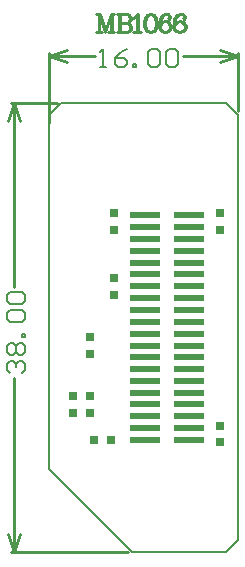
<source format=gbr>
%FSTAX23Y23*%
%MOIN*%
%SFA1B1*%

%IPPOS*%
%ADD10R,0.030000X0.030000*%
%ADD17C,0.010000*%
%ADD18C,0.005000*%
%ADD19C,0.006000*%
%ADD24R,0.098425X0.023622*%
%ADD25R,0.030000X0.030000*%
%LNmb1066-1*%
%LPD*%
G54D10*
X00149Y00374D03*
X00204D03*
G54D17*
X00629Y01469D02*
Y01663D01*
X0Y01429D02*
Y01663D01*
X00444Y01653D02*
X00629D01*
X0D02*
X00153D01*
X00569Y01673D02*
X00629Y01653D01*
X00569Y01633D02*
X00629Y01653D01*
X0D02*
X0006Y01633D01*
X0Y01653D02*
X0006Y01673D01*
X-00128Y01496D02*
X00026D01*
X-00128Y0D02*
X00263D01*
X-00118Y00882D02*
Y01496D01*
Y0D02*
Y00581D01*
X-00138Y01436D02*
X-00118Y01496D01*
X-00098Y01436*
X-00118Y0D02*
X-00098Y0006D01*
X-00138D02*
X-00118Y0D01*
X00166Y01792D02*
Y01732D01*
X00168Y01792D02*
X00186Y0174D01*
X00166Y01792D02*
X00186Y01732D01*
X00206Y01792D02*
X00186Y01732D01*
X00206Y01792D02*
Y01732D01*
X00208Y01792D02*
Y01732D01*
X00157Y01792D02*
X00168D01*
X00206D02*
X00217D01*
X00157Y01732D02*
X00174D01*
X00197D02*
X00217D01*
X00232Y01792D02*
Y01732D01*
X00235Y01792D02*
Y01732D01*
X00224Y01792D02*
X00258D01*
X00267Y01789*
X0027Y01786*
X00272Y0178*
Y01775*
X0027Y01769*
X00267Y01766*
X00258Y01763*
Y01792D02*
X00264Y01789D01*
X00267Y01786*
X0027Y0178*
Y01775*
X00267Y01769*
X00264Y01766*
X00258Y01763*
X00235D02*
X00258D01*
X00267Y0176*
X0027Y01757*
X00272Y01752*
Y01743*
X0027Y01737*
X00267Y01735*
X00258Y01732*
X00224*
X00258Y01763D02*
X00264Y0176D01*
X00267Y01757*
X0027Y01752*
Y01743*
X00267Y01737*
X00264Y01735*
X00258Y01732*
X0028Y0178D02*
X00286Y01783D01*
X00295Y01792*
Y01732*
X00292Y01789D02*
Y01732D01*
X0028D02*
X00306D01*
X00334Y01792D02*
X00325Y01789D01*
X00319Y0178*
X00316Y01766*
Y01757*
X00319Y01743*
X00325Y01735*
X00334Y01732*
X00339*
X00348Y01735*
X00354Y01743*
X00356Y01757*
Y01766*
X00354Y0178*
X00348Y01789*
X00339Y01792*
X00334*
X00328Y01789*
X00325Y01786*
X00322Y0178*
X00319Y01766*
Y01757*
X00322Y01743*
X00325Y01737*
X00328Y01735*
X00334Y01732*
X00339D02*
X00345Y01735D01*
X00348Y01737*
X00351Y01743*
X00354Y01757*
Y01766*
X00351Y0178*
X00348Y01786*
X00345Y01789*
X00339Y01792*
X004Y01783D02*
X00397Y0178D01*
X004Y01777*
X00402Y0178*
Y01783*
X004Y01789*
X00394Y01792*
X00385*
X00377Y01789*
X00371Y01783*
X00368Y01777*
X00365Y01766*
Y01749*
X00368Y0174*
X00374Y01735*
X00382Y01732*
X00388*
X00397Y01735*
X00402Y0174*
X00405Y01749*
Y01752*
X00402Y0176*
X00397Y01766*
X00388Y01769*
X00385*
X00377Y01766*
X00371Y0176*
X00368Y01752*
X00385Y01792D02*
X0038Y01789D01*
X00374Y01783*
X00371Y01777*
X00368Y01766*
Y01749*
X00371Y0174*
X00377Y01735*
X00382Y01732*
X00388D02*
X00394Y01735D01*
X004Y0174*
X00402Y01749*
Y01752*
X004Y0176*
X00394Y01766*
X00388Y01769*
X00448Y01783D02*
X00445Y0178D01*
X00448Y01777*
X00451Y0178*
Y01783*
X00448Y01789*
X00443Y01792*
X00434*
X00425Y01789*
X0042Y01783*
X00417Y01777*
X00414Y01766*
Y01749*
X00417Y0174*
X00423Y01735*
X00431Y01732*
X00437*
X00445Y01735*
X00451Y0174*
X00454Y01749*
Y01752*
X00451Y0176*
X00445Y01766*
X00437Y01769*
X00434*
X00425Y01766*
X0042Y0176*
X00417Y01752*
X00434Y01792D02*
X00428Y01789D01*
X00423Y01783*
X0042Y01777*
X00417Y01766*
Y01749*
X0042Y0174*
X00425Y01735*
X00431Y01732*
X00437D02*
X00443Y01735D01*
X00448Y0174*
X00451Y01749*
Y01752*
X00448Y0176*
X00443Y01766*
X00437Y01769*
G54D18*
X0Y00275D02*
Y00354D01*
X0059Y0D02*
X00629Y00039D01*
X0059Y01496D02*
X00629Y01456D01*
Y00039D02*
Y01456D01*
X0Y00275D02*
Y01456D01*
Y00275D02*
X00275Y0D01*
X0Y01456D02*
X00039Y01496D01*
X0059*
X00275Y0D02*
X0059D01*
G54D19*
X00169Y01617D02*
X00188D01*
X00179*
Y01677*
X00169Y01667*
X00258Y01677D02*
X00238Y01667D01*
X00218Y01647*
Y01627*
X00228Y01617*
X00248*
X00258Y01627*
Y01637*
X00248Y01647*
X00218*
X00278Y01617D02*
Y01627D01*
X00288*
Y01617*
X00278*
X00328Y01667D02*
X00338Y01677D01*
X00358*
X00368Y01667*
Y01627*
X00358Y01617*
X00338*
X00328Y01627*
Y01667*
X00388D02*
X00398Y01677D01*
X00418*
X00428Y01667*
Y01627*
X00418Y01617*
X00398*
X00388Y01627*
Y01667*
X-00132Y00597D02*
X-00142Y00607D01*
Y00627*
X-00132Y00637*
X-00122*
X-00112Y00627*
Y00617*
Y00627*
X-00102Y00637*
X-00092*
X-00082Y00627*
Y00607*
X-00092Y00597*
X-00132Y00657D02*
X-00142Y00667D01*
Y00687*
X-00132Y00697*
X-00122*
X-00112Y00687*
X-00102Y00697*
X-00092*
X-00082Y00687*
Y00667*
X-00092Y00657*
X-00102*
X-00112Y00667*
X-00122Y00657*
X-00132*
X-00112Y00667D02*
Y00687D01*
X-00082Y00717D02*
X-00092D01*
Y00727*
X-00082*
Y00717*
X-00132Y00767D02*
X-00142Y00777D01*
Y00797*
X-00132Y00807*
X-00092*
X-00082Y00797*
Y00777*
X-00092Y00767*
X-00132*
Y00827D02*
X-00142Y00836D01*
Y00856*
X-00132Y00866*
X-00092*
X-00082Y00856*
Y00836*
X-00092Y00827*
X-00132*
G54D24*
X00466Y00964D03*
Y01003D03*
Y01043D03*
Y01082D03*
X0032Y00964D03*
Y01003D03*
Y01043D03*
X00466Y01122D03*
X0032D03*
Y01082D03*
X00466Y00925D03*
X0032D03*
X00466Y00885D03*
X0032D03*
X00466Y00846D03*
X0032D03*
X00466Y00807D03*
Y00767D03*
X0032D03*
Y00728D03*
X00466D03*
X0032Y00688D03*
X00466D03*
X0032Y00649D03*
X00466D03*
X0032Y0061D03*
X00466D03*
X0032Y0057D03*
X00466D03*
X0032Y00531D03*
X00466D03*
X0032Y00492D03*
X00466D03*
X0032Y00452D03*
X00466D03*
X0032Y00413D03*
X00466D03*
X0032Y00374D03*
X00466D03*
X0032Y00807D03*
G54D25*
X00216Y01129D03*
Y01074D03*
X0057D03*
Y01129D03*
Y00421D03*
Y00366D03*
X00137Y00464D03*
Y00519D03*
X00078Y00464D03*
Y00519D03*
X00137Y00716D03*
Y00661D03*
X00216Y00913D03*
Y00858D03*
M02*
</source>
